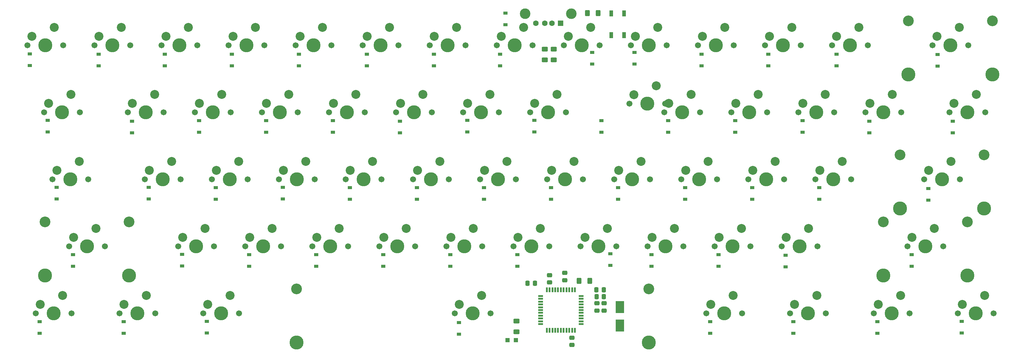
<source format=gbs>
G04 #@! TF.GenerationSoftware,KiCad,Pcbnew,(6.0.6)*
G04 #@! TF.CreationDate,2022-07-10T20:54:54+03:00*
G04 #@! TF.ProjectId,Keyboard-60,4b657962-6f61-4726-942d-3630252e6b69,rev?*
G04 #@! TF.SameCoordinates,Original*
G04 #@! TF.FileFunction,Soldermask,Bot*
G04 #@! TF.FilePolarity,Negative*
%FSLAX46Y46*%
G04 Gerber Fmt 4.6, Leading zero omitted, Abs format (unit mm)*
G04 Created by KiCad (PCBNEW (6.0.6)) date 2022-07-10 20:54:54*
%MOMM*%
%LPD*%
G01*
G04 APERTURE LIST*
G04 Aperture macros list*
%AMRoundRect*
0 Rectangle with rounded corners*
0 $1 Rounding radius*
0 $2 $3 $4 $5 $6 $7 $8 $9 X,Y pos of 4 corners*
0 Add a 4 corners polygon primitive as box body*
4,1,4,$2,$3,$4,$5,$6,$7,$8,$9,$2,$3,0*
0 Add four circle primitives for the rounded corners*
1,1,$1+$1,$2,$3*
1,1,$1+$1,$4,$5*
1,1,$1+$1,$6,$7*
1,1,$1+$1,$8,$9*
0 Add four rect primitives between the rounded corners*
20,1,$1+$1,$2,$3,$4,$5,0*
20,1,$1+$1,$4,$5,$6,$7,0*
20,1,$1+$1,$6,$7,$8,$9,0*
20,1,$1+$1,$8,$9,$2,$3,0*%
G04 Aperture macros list end*
%ADD10R,1.250000X1.250000*%
%ADD11R,1.600000X1.500000*%
%ADD12C,1.600000*%
%ADD13C,3.000000*%
%ADD14R,1.200000X0.900000*%
%ADD15RoundRect,0.250000X-0.625000X0.400000X-0.625000X-0.400000X0.625000X-0.400000X0.625000X0.400000X0*%
%ADD16C,2.540000*%
%ADD17C,3.987800*%
%ADD18C,1.701800*%
%ADD19R,1.100000X1.800000*%
%ADD20RoundRect,0.250000X-0.475000X0.337500X-0.475000X-0.337500X0.475000X-0.337500X0.475000X0.337500X0*%
%ADD21C,3.048000*%
%ADD22RoundRect,0.250000X0.475000X-0.337500X0.475000X0.337500X-0.475000X0.337500X-0.475000X-0.337500X0*%
%ADD23RoundRect,0.250000X-0.400000X-0.625000X0.400000X-0.625000X0.400000X0.625000X-0.400000X0.625000X0*%
%ADD24RoundRect,0.250000X-0.337500X-0.475000X0.337500X-0.475000X0.337500X0.475000X-0.337500X0.475000X0*%
%ADD25RoundRect,0.250000X0.337500X0.475000X-0.337500X0.475000X-0.337500X-0.475000X0.337500X-0.475000X0*%
%ADD26R,2.400000X3.500000*%
%ADD27RoundRect,0.250000X0.400000X0.625000X-0.400000X0.625000X-0.400000X-0.625000X0.400000X-0.625000X0*%
%ADD28R,0.508000X1.473200*%
%ADD29R,1.473200X0.508000*%
%ADD30RoundRect,0.250000X0.625000X-0.400000X0.625000X0.400000X-0.625000X0.400000X-0.625000X-0.400000X0*%
G04 APERTURE END LIST*
D10*
X184150000Y-154051000D03*
X184150000Y-154051000D03*
X186563000Y-154051000D03*
D11*
X199238750Y-64002250D03*
D12*
X196738750Y-64002250D03*
X194738750Y-64002250D03*
X192238750Y-64002250D03*
D13*
X189168750Y-61292250D03*
X202308750Y-61292250D03*
D14*
X129825750Y-133063250D03*
X129825750Y-129763250D03*
X120300750Y-113886250D03*
X120300750Y-110586250D03*
X86772750Y-76091050D03*
X86772750Y-72791050D03*
D15*
X197262750Y-71316250D03*
X197262750Y-74416250D03*
D14*
X98710750Y-151986250D03*
X98710750Y-148686250D03*
D16*
X149034500Y-124872750D03*
X155384500Y-122332750D03*
D17*
X152844500Y-127412750D03*
D18*
X157924500Y-127412750D03*
X147764500Y-127412750D03*
D14*
X306355750Y-76167250D03*
X306355750Y-72867250D03*
X75088750Y-152113250D03*
X75088750Y-148813250D03*
D16*
X313340750Y-143922750D03*
X319690750Y-141382750D03*
D18*
X322230750Y-146462750D03*
D17*
X317150750Y-146462750D03*
D18*
X312070750Y-146462750D03*
D14*
X272700750Y-114013250D03*
X272700750Y-110713250D03*
X286924750Y-95090250D03*
X286924750Y-91790250D03*
D16*
X215709500Y-105822750D03*
X222059500Y-103282750D03*
D18*
X214439500Y-108362750D03*
D17*
X219519500Y-108362750D03*
D18*
X224599500Y-108362750D03*
D16*
X201422000Y-67722750D03*
X207772000Y-65182750D03*
D18*
X210312000Y-70262750D03*
D17*
X205232000Y-70262750D03*
D18*
X200152000Y-70262750D03*
D16*
X91884500Y-124872750D03*
X98234500Y-122332750D03*
D17*
X95694500Y-127412750D03*
D18*
X90614500Y-127412750D03*
X100774500Y-127412750D03*
D16*
X239522000Y-67722750D03*
X245872000Y-65182750D03*
D17*
X243332000Y-70262750D03*
D18*
X248412000Y-70262750D03*
X238252000Y-70262750D03*
D14*
X56038750Y-113886250D03*
X56038750Y-110586250D03*
X298989750Y-133063250D03*
X298989750Y-129763250D03*
X239299750Y-76040250D03*
X239299750Y-72740250D03*
D16*
X172847000Y-86741000D03*
X179197000Y-84201000D03*
D18*
X181737000Y-89281000D03*
X171577000Y-89281000D03*
D17*
X176657000Y-89281000D03*
D19*
X213599150Y-61181050D03*
X213599150Y-67381050D03*
X217299150Y-61181050D03*
X217299150Y-67381050D03*
D16*
X234759500Y-105822750D03*
X241109500Y-103282750D03*
D18*
X233489500Y-108362750D03*
X243649500Y-108362750D03*
D17*
X238569500Y-108362750D03*
D16*
X82359500Y-105822750D03*
X88709500Y-103282750D03*
D17*
X86169500Y-108362750D03*
D18*
X81089500Y-108362750D03*
X91249500Y-108362750D03*
D14*
X148875750Y-133063250D03*
X148875750Y-129763250D03*
X158400750Y-114013250D03*
X158400750Y-110713250D03*
X110775750Y-133063250D03*
X110775750Y-129763250D03*
X258222750Y-76040250D03*
X258222750Y-72740250D03*
D16*
X134747000Y-86772750D03*
X141097000Y-84232750D03*
D17*
X138557000Y-89312750D03*
D18*
X133477000Y-89312750D03*
X143637000Y-89312750D03*
D16*
X144272000Y-67722750D03*
X150622000Y-65182750D03*
D18*
X153162000Y-70262750D03*
X143002000Y-70262750D03*
D17*
X148082000Y-70262750D03*
D20*
X211613750Y-143583750D03*
X211613750Y-145658750D03*
D14*
X177450750Y-114013250D03*
X177450750Y-110713250D03*
X167925750Y-133063250D03*
X167925750Y-129763250D03*
X153574750Y-95090250D03*
X153574750Y-91790250D03*
D20*
X209581750Y-143583750D03*
X209581750Y-145658750D03*
D14*
X196500750Y-114013250D03*
X196500750Y-110713250D03*
D16*
X220472000Y-67722750D03*
X226822000Y-65182750D03*
D18*
X219202000Y-70262750D03*
X229362000Y-70262750D03*
D17*
X224282000Y-70262750D03*
D16*
X299053250Y-124872750D03*
X305403250Y-122332750D03*
D17*
X302863250Y-127412750D03*
X290925250Y-135667750D03*
D18*
X297783250Y-127412750D03*
D21*
X314801250Y-120427750D03*
D18*
X307943250Y-127412750D03*
D21*
X290925250Y-120427750D03*
D17*
X314801250Y-135667750D03*
D22*
X196119750Y-137657750D03*
X196119750Y-135582750D03*
D14*
X263175750Y-133190250D03*
X263175750Y-129890250D03*
D16*
X191897000Y-86772750D03*
X198247000Y-84232750D03*
D18*
X190627000Y-89312750D03*
D17*
X195707000Y-89312750D03*
D18*
X200787000Y-89312750D03*
D14*
X48418750Y-75989450D03*
X48418750Y-72689450D03*
D16*
X129984500Y-124872750D03*
X136334500Y-122332750D03*
D18*
X128714500Y-127412750D03*
D17*
X133794500Y-127412750D03*
D18*
X138874500Y-127412750D03*
D14*
X60737750Y-133063250D03*
X60737750Y-129763250D03*
X241712750Y-152113250D03*
X241712750Y-148813250D03*
X105873550Y-76091050D03*
X105873550Y-72791050D03*
D23*
X206837950Y-61131450D03*
X209937950Y-61131450D03*
D14*
X82200750Y-113886250D03*
X82200750Y-110586250D03*
D16*
X310959500Y-86772750D03*
X317309500Y-84232750D03*
D18*
X309689500Y-89312750D03*
X319849500Y-89312750D03*
D17*
X314769500Y-89312750D03*
D16*
X106172000Y-67722750D03*
X112522000Y-65182750D03*
D18*
X115062000Y-70262750D03*
D17*
X109982000Y-70262750D03*
D18*
X104902000Y-70262750D03*
D16*
X51403250Y-143922750D03*
X57753250Y-141382750D03*
D18*
X60293250Y-146462750D03*
D17*
X55213250Y-146462750D03*
D18*
X50133250Y-146462750D03*
D16*
X120459500Y-105822750D03*
X126809500Y-103282750D03*
D17*
X124269500Y-108362750D03*
D18*
X119189500Y-108362750D03*
X129349500Y-108362750D03*
D16*
X68072000Y-67722750D03*
X74422000Y-65182750D03*
D18*
X76962000Y-70262750D03*
X66802000Y-70262750D03*
D17*
X71882000Y-70262750D03*
D16*
X241903250Y-143922750D03*
X248253250Y-141382750D03*
D18*
X250793250Y-146462750D03*
X240633250Y-146462750D03*
D17*
X245713250Y-146462750D03*
D18*
X218820000Y-86850000D03*
D17*
X223900000Y-86850000D03*
D18*
X228980000Y-86850000D03*
D16*
X226440000Y-81770000D03*
X220090000Y-84310000D03*
X287147000Y-86772750D03*
X293497000Y-84232750D03*
D18*
X285877000Y-89312750D03*
X296037000Y-89312750D03*
D17*
X290957000Y-89312750D03*
D16*
X125222000Y-67722750D03*
X131572000Y-65182750D03*
D18*
X134112000Y-70262750D03*
X123952000Y-70262750D03*
D17*
X129032000Y-70262750D03*
D14*
X182022750Y-76040250D03*
X182022750Y-72740250D03*
D16*
X244284500Y-124872750D03*
X250634500Y-122332750D03*
D18*
X243014500Y-127412750D03*
D17*
X248094500Y-127412750D03*
D18*
X253174500Y-127412750D03*
D14*
X68027550Y-76040250D03*
X68027550Y-72740250D03*
X96551750Y-94963250D03*
X96551750Y-91663250D03*
D22*
X202469750Y-155437750D03*
X202469750Y-153362750D03*
D18*
X152527000Y-89312750D03*
D17*
X157607000Y-89312750D03*
D18*
X162687000Y-89312750D03*
D16*
X160147000Y-84232750D03*
X153797000Y-86772750D03*
X289528250Y-143922750D03*
X295878250Y-141382750D03*
D18*
X288258250Y-146462750D03*
D17*
X293338250Y-146462750D03*
D18*
X298418250Y-146462750D03*
D24*
X189875250Y-137890250D03*
X191950250Y-137890250D03*
D16*
X53784500Y-86772750D03*
X60134500Y-84232750D03*
D17*
X57594500Y-89312750D03*
D18*
X62674500Y-89312750D03*
X52514500Y-89312750D03*
D16*
X75215750Y-143922750D03*
X81565750Y-141382750D03*
D18*
X84105750Y-146462750D03*
X73945750Y-146462750D03*
D17*
X79025750Y-146462750D03*
D14*
X172751750Y-94836250D03*
X172751750Y-91536250D03*
X210851750Y-94963250D03*
X210851750Y-91663250D03*
X225075750Y-133063250D03*
X225075750Y-129763250D03*
D17*
X162369500Y-108362750D03*
D18*
X167449500Y-108362750D03*
X157289500Y-108362750D03*
D16*
X164909500Y-103282750D03*
X158559500Y-105822750D03*
D14*
X53498750Y-94836250D03*
X53498750Y-91536250D03*
D16*
X277622000Y-67722750D03*
X283972000Y-65182750D03*
D18*
X286512000Y-70262750D03*
D17*
X281432000Y-70262750D03*
D18*
X276352000Y-70262750D03*
D14*
X244125750Y-133063250D03*
X244125750Y-129763250D03*
D16*
X87122000Y-67722750D03*
X93472000Y-65182750D03*
D18*
X85852000Y-70262750D03*
X96012000Y-70262750D03*
D17*
X90932000Y-70262750D03*
D14*
X229774750Y-94963250D03*
X229774750Y-91663250D03*
X134524750Y-94963250D03*
X134524750Y-91663250D03*
D16*
X306197000Y-67722750D03*
X312547000Y-65182750D03*
D17*
X298069000Y-78517750D03*
X310007000Y-70262750D03*
D21*
X321945000Y-63277750D03*
D17*
X321945000Y-78517750D03*
D18*
X304927000Y-70262750D03*
X315087000Y-70262750D03*
D21*
X298069000Y-63277750D03*
D14*
X220249750Y-75532250D03*
X220249750Y-72232250D03*
X289210750Y-152113250D03*
X289210750Y-148813250D03*
D16*
X265715750Y-143922750D03*
X272065750Y-141382750D03*
D18*
X274605750Y-146462750D03*
X264445750Y-146462750D03*
D17*
X269525750Y-146462750D03*
D16*
X187134500Y-124872750D03*
X193484500Y-122332750D03*
D18*
X196024500Y-127412750D03*
D17*
X190944500Y-127412750D03*
D18*
X185864500Y-127412750D03*
D14*
X124872750Y-76040250D03*
X124872750Y-72740250D03*
D16*
X206184500Y-124872750D03*
X212534500Y-122332750D03*
D18*
X204914500Y-127412750D03*
X215074500Y-127412750D03*
D17*
X209994500Y-127412750D03*
D16*
X170465750Y-143922750D03*
X176815750Y-141382750D03*
D17*
X124237750Y-154717750D03*
D21*
X124237750Y-139477750D03*
D18*
X179355750Y-146462750D03*
D17*
X224313750Y-154717750D03*
D21*
X224313750Y-139477750D03*
D17*
X174275750Y-146462750D03*
D18*
X169195750Y-146462750D03*
D16*
X263334500Y-124872750D03*
X269684500Y-122332750D03*
D17*
X267144500Y-127412750D03*
D18*
X272224500Y-127412750D03*
X262064500Y-127412750D03*
D14*
X313213750Y-151986250D03*
X313213750Y-148686250D03*
X303688750Y-114267250D03*
X303688750Y-110967250D03*
D25*
X211508250Y-139769850D03*
X209433250Y-139769850D03*
D16*
X253809500Y-105822750D03*
X260159500Y-103282750D03*
D17*
X257619500Y-108362750D03*
D18*
X262699500Y-108362750D03*
X252539500Y-108362750D03*
D16*
X163322000Y-67722750D03*
X169672000Y-65182750D03*
D17*
X167132000Y-70262750D03*
D18*
X162052000Y-70262750D03*
X172212000Y-70262750D03*
D16*
X56165750Y-105822750D03*
X62515750Y-103282750D03*
D18*
X65055750Y-108362750D03*
X54895750Y-108362750D03*
D17*
X59975750Y-108362750D03*
D16*
X101409500Y-105822750D03*
X107759500Y-103282750D03*
D17*
X105219500Y-108362750D03*
D18*
X100139500Y-108362750D03*
X110299500Y-108362750D03*
D14*
X144176750Y-76040250D03*
X144176750Y-72740250D03*
D16*
X249047000Y-86772750D03*
X255397000Y-84232750D03*
D18*
X257937000Y-89312750D03*
D17*
X252857000Y-89312750D03*
D18*
X247777000Y-89312750D03*
D26*
X216058750Y-149888250D03*
X216058750Y-144688250D03*
D16*
X168084500Y-124872750D03*
X174434500Y-122332750D03*
D17*
X171894500Y-127412750D03*
D18*
X166814500Y-127412750D03*
X176974500Y-127412750D03*
D14*
X268001750Y-94963250D03*
X268001750Y-91663250D03*
D27*
X207550350Y-137229850D03*
X204450350Y-137229850D03*
D16*
X99028250Y-143922750D03*
X105378250Y-141382750D03*
D17*
X102838250Y-146462750D03*
D18*
X97758250Y-146462750D03*
X107918250Y-146462750D03*
D16*
X110934500Y-124872750D03*
X117284500Y-122332750D03*
D17*
X114744500Y-127412750D03*
D18*
X109664500Y-127412750D03*
X119824500Y-127412750D03*
D16*
X77597000Y-86772750D03*
X83947000Y-84232750D03*
D17*
X81407000Y-89312750D03*
D18*
X86487000Y-89312750D03*
X76327000Y-89312750D03*
D14*
X215550750Y-114013250D03*
X215550750Y-110713250D03*
D16*
X229997000Y-86772750D03*
X236347000Y-84232750D03*
D17*
X233807000Y-89312750D03*
D18*
X238887000Y-89312750D03*
X228727000Y-89312750D03*
D14*
X234600750Y-114013250D03*
X234600750Y-110713250D03*
D28*
X195306950Y-139769850D03*
X196094350Y-139769850D03*
X196907150Y-139769850D03*
X197694550Y-139769850D03*
X198507350Y-139769850D03*
X199294750Y-139769850D03*
X200082150Y-139769850D03*
X200894950Y-139769850D03*
X201682350Y-139769850D03*
X202495150Y-139769850D03*
X203282550Y-139769850D03*
D29*
X205035150Y-141522450D03*
X205035150Y-142309850D03*
X205035150Y-143122650D03*
X205035150Y-143910050D03*
X205035150Y-144722850D03*
X205035150Y-145510250D03*
X205035150Y-146297650D03*
X205035150Y-147110450D03*
X205035150Y-147897850D03*
X205035150Y-148710650D03*
X205035150Y-149498050D03*
D28*
X203282550Y-151250650D03*
X202495150Y-151250650D03*
X201682350Y-151250650D03*
X200894950Y-151250650D03*
X200082150Y-151250650D03*
X199294750Y-151250650D03*
X198507350Y-151250650D03*
X197694550Y-151250650D03*
X196907150Y-151250650D03*
X196094350Y-151250650D03*
X195306950Y-151250650D03*
D29*
X193554350Y-149498050D03*
X193554350Y-148710650D03*
X193554350Y-147897850D03*
X193554350Y-147110450D03*
X193554350Y-146297650D03*
X193554350Y-145510250D03*
X193554350Y-144722850D03*
X193554350Y-143910050D03*
X193554350Y-143122650D03*
X193554350Y-142309850D03*
X193554350Y-141522450D03*
D14*
X213391750Y-132809250D03*
X213391750Y-129509250D03*
X115601750Y-94963250D03*
X115601750Y-91663250D03*
D30*
X186690000Y-151695750D03*
X186690000Y-148595750D03*
D16*
X60928250Y-124872750D03*
X67278250Y-122332750D03*
D21*
X76676250Y-120427750D03*
D18*
X59658250Y-127412750D03*
D17*
X76676250Y-135667750D03*
D18*
X69818250Y-127412750D03*
D17*
X52800250Y-135667750D03*
D21*
X52800250Y-120427750D03*
D17*
X64738250Y-127412750D03*
D14*
X91725750Y-132936250D03*
X91725750Y-129636250D03*
X170338750Y-152367250D03*
X170338750Y-149067250D03*
X77501750Y-95090250D03*
X77501750Y-91790250D03*
D16*
X49022000Y-67722750D03*
X55372000Y-65182750D03*
D17*
X52832000Y-70262750D03*
D18*
X47752000Y-70262750D03*
X57912000Y-70262750D03*
D16*
X115697000Y-86772750D03*
X122047000Y-84232750D03*
D18*
X124587000Y-89312750D03*
X114427000Y-89312750D03*
D17*
X119507000Y-89312750D03*
D14*
X310673750Y-95090250D03*
X310673750Y-91790250D03*
X51212750Y-152114250D03*
X51212750Y-148814250D03*
X253650750Y-114013250D03*
X253650750Y-110713250D03*
D16*
X196659500Y-105822750D03*
X203009500Y-103282750D03*
D18*
X195389500Y-108362750D03*
X205549500Y-108362750D03*
D17*
X200469500Y-108362750D03*
D16*
X177609500Y-105822750D03*
X183959500Y-103282750D03*
D18*
X176339500Y-108362750D03*
D17*
X181419500Y-108362750D03*
D18*
X186499500Y-108362750D03*
D16*
X258572000Y-67722750D03*
X264922000Y-65182750D03*
D18*
X267462000Y-70262750D03*
D17*
X262382000Y-70262750D03*
D18*
X257302000Y-70262750D03*
D16*
X272859500Y-105822750D03*
X279209500Y-103282750D03*
D18*
X281749500Y-108362750D03*
D17*
X276669500Y-108362750D03*
D18*
X271589500Y-108362750D03*
D16*
X303815750Y-105822750D03*
X310165750Y-103282750D03*
D17*
X319563750Y-116617750D03*
D18*
X312705750Y-108362750D03*
D21*
X295687750Y-101377750D03*
X319563750Y-101377750D03*
D17*
X295687750Y-116617750D03*
X307625750Y-108362750D03*
D18*
X302545750Y-108362750D03*
D14*
X101250750Y-114013250D03*
X101250750Y-110713250D03*
D15*
X194722750Y-71316250D03*
X194722750Y-74416250D03*
D16*
X268097000Y-86772750D03*
X274447000Y-84232750D03*
D17*
X271907000Y-89312750D03*
D18*
X266827000Y-89312750D03*
X276987000Y-89312750D03*
D20*
X200437750Y-134947750D03*
X200437750Y-137022750D03*
D14*
X191801750Y-94836250D03*
X191801750Y-91536250D03*
D16*
X225234500Y-124872750D03*
X231584500Y-122332750D03*
D18*
X234124500Y-127412750D03*
D17*
X229044500Y-127412750D03*
D18*
X223964500Y-127412750D03*
D14*
X248824750Y-94963250D03*
X248824750Y-91663250D03*
X265334750Y-152113250D03*
X265334750Y-148813250D03*
D16*
X182372000Y-67722750D03*
X188722000Y-65182750D03*
D18*
X191262000Y-70262750D03*
X181102000Y-70262750D03*
D17*
X186182000Y-70262750D03*
D24*
X209454750Y-141700250D03*
X211529750Y-141700250D03*
D16*
X139490000Y-105760000D03*
X145840000Y-103220000D03*
D17*
X143300000Y-108300000D03*
D18*
X138220000Y-108300000D03*
X148380000Y-108300000D03*
D14*
X208184750Y-75532250D03*
X208184750Y-72232250D03*
X139350750Y-114013250D03*
X139350750Y-110713250D03*
X183546750Y-61056250D03*
X183546750Y-64356250D03*
X163226750Y-76040250D03*
X163226750Y-72740250D03*
X186975750Y-133063250D03*
X186975750Y-129763250D03*
D16*
X96647000Y-86772750D03*
X102997000Y-84232750D03*
D18*
X95377000Y-89312750D03*
X105537000Y-89312750D03*
D17*
X100457000Y-89312750D03*
D14*
X277653750Y-76040250D03*
X277653750Y-72740250D03*
M02*

</source>
